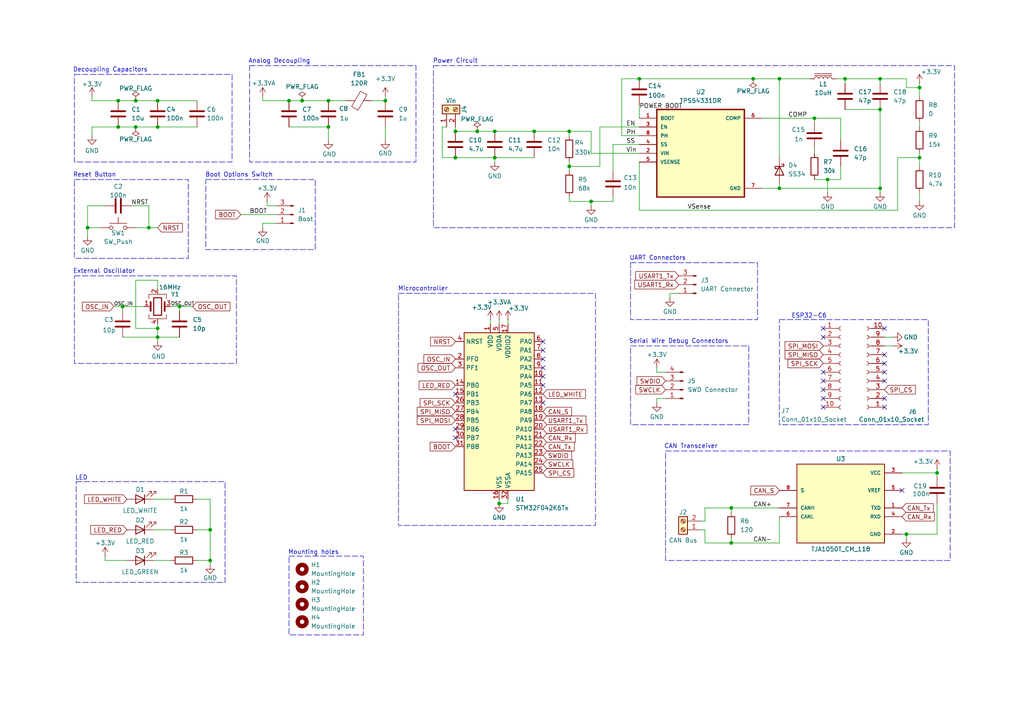
<source format=kicad_sch>
(kicad_sch (version 20231120) (generator "eeschema") (generator_version "8.0")
  (paper "A4")
  (title_block (title "STM32F0 TPMS ECU Development Board") (date "2024-11-14") (company "Ho Chi Minh University of Techonology"))
  (lib_symbols
    (symbol "Connector:Conn_01x03_Pin" (pin_names (offset 1.016) hide)
      (property "Reference" "J" (at 0 5.08 0))
      (property "Value" "Conn_01x03_Pin" (at 0 -5.08 0))
      (symbol "Conn_01x03_Pin_1_1"
        (pin passive line (at 5.08 2.54 180) (length 3.81) (name "Pin_1") (number "1"))
        (pin passive line (at 5.08 0 180) (length 3.81) (name "Pin_2") (number "2"))
        (pin passive line (at 5.08 -2.54 180) (length 3.81) (name "Pin_3") (number "3"))
      )
    )
    (symbol "Connector:Conn_01x04_Pin" (pin_names (offset 1.016) hide)
      (property "Reference" "J" (at 0 5.08 0))
      (property "Value" "Conn_01x04_Pin" (at 0 -7.62 0))
      (symbol "Conn_01x04_Pin_1_1"
        (pin passive line (at 5.08 2.54 180) (length 3.81) (name "Pin_1") (number "1"))
        (pin passive line (at 5.08 0 180) (length 3.81) (name "Pin_2") (number "2"))
        (pin passive line (at 5.08 -2.54 180) (length 3.81) (name "Pin_3") (number "3"))
        (pin passive line (at 5.08 -5.08 180) (length 3.81) (name "Pin_4") (number "4"))
      )
    )
    (symbol "Connector:Conn_01x10_Socket" (pin_names (offset 1.016) hide)
      (property "Reference" "J" (at 0 12.7 0))
      (property "Value" "Conn_01x10_Socket" (at 0 -15.24 0))
      (symbol "Conn_01x10_Socket_1_1"
        (pin passive line (at -5.08 10.16 0) (length 3.81) (name "Pin_1") (number "1"))
        (pin passive line (at -5.08 -12.7 0) (length 3.81) (name "Pin_10") (number "10"))
        (pin passive line (at -5.08 7.62 0) (length 3.81) (name "Pin_2") (number "2"))
        (pin passive line (at -5.08 5.08 0) (length 3.81) (name "Pin_3") (number "3"))
        (pin passive line (at -5.08 2.54 0) (length 3.81) (name "Pin_4") (number "4"))
        (pin passive line (at -5.08 0 0) (length 3.81) (name "Pin_5") (number "5"))
        (pin passive line (at -5.08 -2.54 0) (length 3.81) (name "Pin_6") (number "6"))
        (pin passive line (at -5.08 -5.08 0) (length 3.81) (name "Pin_7") (number "7"))
        (pin passive line (at -5.08 -7.62 0) (length 3.81) (name "Pin_8") (number "8"))
        (pin passive line (at -5.08 -10.16 0) (length 3.81) (name "Pin_9") (number "9"))
      )
    )
    (symbol "Connector:Screw_Terminal_01x02" (pin_names (offset 1.016) hide)
      (property "Reference" "J" (at 0 2.54 0))
      (property "Value" "Screw_Terminal_01x02" (at 0 -5.08 0))
      (symbol "Screw_Terminal_01x02_1_1"
        (pin passive line (at -5.08 0 0) (length 3.81) (name "Pin_1") (number "1"))
        (pin passive line (at -5.08 -2.54 0) (length 3.81) (name "Pin_2") (number "2"))
      )
    )
    (symbol "Device:C" (pin_numbers hide) (pin_names (offset 0.254))
      (property "Reference" "C" (at 0.635 2.54 0))
      (property "Value" "C" (at 0.635 -2.54 0))
      (symbol "C_1_1"
        (pin passive line (at 0 3.81 270) (length 2.794) (name "~") (number "1"))
        (pin passive line (at 0 -3.81 90) (length 2.794) (name "~") (number "2"))
      )
    )
    (symbol "Device:Crystal_GND24" (pin_names (offset 1.016) hide)
      (property "Reference" "Y" (at 3.175 5.08 0))
      (property "Value" "Crystal_GND24" (at 3.175 3.175 0))
      (symbol "Crystal_GND24_1_1"
        (pin passive line (at -3.81 0 0) (length 1.27) (name "1") (number "1"))
        (pin passive line (at 0 5.08 270) (length 1.27) (name "2") (number "2"))
        (pin passive line (at 3.81 0 180) (length 1.27) (name "3") (number "3"))
        (pin passive line (at 0 -5.08 90) (length 1.27) (name "4") (number "4"))
      )
    )
    (symbol "Device:FerriteBead" (pin_numbers hide) (pin_names (offset 0))
      (property "Reference" "FB" (at -3.81 0.635 90))
      (property "Value" "FerriteBead" (at 3.81 0 90))
      (symbol "FerriteBead_1_1"
        (pin passive line (at 0 3.81 270) (length 2.54) (name "~") (number "1"))
        (pin passive line (at 0 -3.81 90) (length 2.54) (name "~") (number "2"))
      )
    )
    (symbol "Device:LED" (pin_numbers hide) (pin_names (offset 1.016) hide)
      (property "Reference" "D" (at 0 2.54 0))
      (property "Value" "LED" (at 0 -2.54 0))
      (symbol "LED_1_1"
        (pin passive line (at -3.81 0 0) (length 2.54) (name "K") (number "1"))
        (pin passive line (at 3.81 0 180) (length 2.54) (name "A") (number "2"))
      )
    )
    (symbol "Device:L_Iron" (pin_numbers hide) (pin_names (offset 1.016) hide)
      (property "Reference" "L" (at -1.27 0 90))
      (property "Value" "L_Iron" (at 2.794 0 90))
      (symbol "L_Iron_1_1"
        (pin passive line (at 0 3.81 270) (length 1.27) (name "1") (number "1"))
        (pin passive line (at 0 -3.81 90) (length 1.27) (name "2") (number "2"))
      )
    )
    (symbol "Device:R" (pin_numbers hide) (pin_names (offset 0))
      (property "Reference" "R" (at 2.032 0 90))
      (property "Value" "R" (at 0 0 90))
      (symbol "R_1_1"
        (pin passive line (at 0 3.81 270) (length 1.27) (name "~") (number "1"))
        (pin passive line (at 0 -3.81 90) (length 1.27) (name "~") (number "2"))
      )
    )
    (symbol "Diode:SS34" (pin_numbers hide) (pin_names (offset 1.016) hide)
      (property "Reference" "D" (at 0 2.54 0))
      (property "Value" "SS34" (at 0 -2.54 0))
      (symbol "SS34_1_1"
        (pin passive line (at -3.81 0 0) (length 2.54) (name "K") (number "1"))
        (pin passive line (at 3.81 0 180) (length 2.54) (name "A") (number "2"))
      )
    )
    (symbol "MCU_ST_STM32F0:STM32F042K6Tx"
      (property "Reference" "U" (at -10.16 24.13 0))
      (property "Value" "STM32F042K6Tx" (at 5.08 24.13 0))
      (symbol "STM32F042K6Tx_1_1"
        (pin power_in line (at -2.54 25.4 270) (length 2.54) (name "VDD") (number "1"))
        (pin bidirectional line (at 12.7 10.16 180) (length 2.54) (name "PA4") (number "10"))
        (pin bidirectional line (at 12.7 7.62 180) (length 2.54) (name "PA5") (number "11"))
        (pin bidirectional line (at 12.7 5.08 180) (length 2.54) (name "PA6") (number "12"))
        (pin bidirectional line (at 12.7 2.54 180) (length 2.54) (name "PA7") (number "13"))
        (pin bidirectional line (at -12.7 7.62 0) (length 2.54) (name "PB0") (number "14"))
        (pin bidirectional line (at -12.7 5.08 0) (length 2.54) (name "PB1") (number "15"))
        (pin power_in line (at 0 -25.4 90) (length 2.54) (name "VSS") (number "16"))
        (pin power_in line (at 2.54 25.4 270) (length 2.54) (name "VDDIO2") (number "17"))
        (pin bidirectional line (at 12.7 0 180) (length 2.54) (name "PA8") (number "18"))
        (pin bidirectional line (at 12.7 -2.54 180) (length 2.54) (name "PA9") (number "19"))
        (pin bidirectional line (at -12.7 15.24 0) (length 2.54) (name "PF0") (number "2"))
        (pin bidirectional line (at 12.7 -5.08 180) (length 2.54) (name "PA10") (number "20"))
        (pin bidirectional line (at 12.7 -7.62 180) (length 2.54) (name "PA11") (number "21"))
        (pin bidirectional line (at 12.7 -10.16 180) (length 2.54) (name "PA12") (number "22"))
        (pin bidirectional line (at 12.7 -12.7 180) (length 2.54) (name "PA13") (number "23"))
        (pin bidirectional line (at 12.7 -15.24 180) (length 2.54) (name "PA14") (number "24"))
        (pin bidirectional line (at 12.7 -17.78 180) (length 2.54) (name "PA15") (number "25"))
        (pin bidirectional line (at -12.7 2.54 0) (length 2.54) (name "PB3") (number "26"))
        (pin bidirectional line (at -12.7 0 0) (length 2.54) (name "PB4") (number "27"))
        (pin bidirectional line (at -12.7 -2.54 0) (length 2.54) (name "PB5") (number "28"))
        (pin bidirectional line (at -12.7 -5.08 0) (length 2.54) (name "PB6") (number "29"))
        (pin bidirectional line (at -12.7 12.7 0) (length 2.54) (name "PF1") (number "3"))
        (pin bidirectional line (at -12.7 -7.62 0) (length 2.54) (name "PB7") (number "30"))
        (pin bidirectional line (at -12.7 -10.16 0) (length 2.54) (name "PB8") (number "31"))
        (pin power_in line (at 2.54 -25.4 90) (length 2.54) (name "VSSA") (number "32"))
        (pin input line (at -12.7 20.32 0) (length 2.54) (name "NRST") (number "4"))
        (pin power_in line (at 0 25.4 270) (length 2.54) (name "VDDA") (number "5"))
        (pin bidirectional line (at 12.7 20.32 180) (length 2.54) (name "PA0") (number "6"))
        (pin bidirectional line (at 12.7 17.78 180) (length 2.54) (name "PA1") (number "7"))
        (pin bidirectional line (at 12.7 15.24 180) (length 2.54) (name "PA2") (number "8"))
        (pin bidirectional line (at 12.7 12.7 180) (length 2.54) (name "PA3") (number "9"))
      )
    )
    (symbol "Mechanical:MountingHole" (pin_names (offset 1.016)) (exclude_from_sim yes) (in_bom no)
      (property "Reference" "H" (at 0 5.08 0))
      (property "Value" "MountingHole" (at 0 3.175 0))
    )
    (symbol "Switch:SW_Push" (pin_numbers hide) (pin_names (offset 1.016) hide)
      (property "Reference" "SW" (at 1.27 2.54 0))
      (property "Value" "SW_Push" (at 0 -1.524 0))
      (symbol "SW_Push_0_1"
        (pin passive line (at -5.08 0 0) (length 2.54) (name "1") (number "1"))
        (pin passive line (at 5.08 0 180) (length 2.54) (name "2") (number "2"))
      )
    )
    (symbol "TJA1050T_CM_118:TJA1050T_CM_118" (pin_names (offset 1.016))
      (property "Reference" "U" (at -12.7 11.049 0))
      (property "Value" "TJA1050T_CM_118" (at -12.7 -15.24 0))
      (symbol "TJA1050T_CM_118_0_0"
        (pin input line (at 17.78 -2.54 180) (length 5.08) (name "TXD") (number "1"))
        (pin power_in line (at 17.78 -10.16 180) (length 5.08) (name "GND") (number "2"))
        (pin power_in line (at 17.78 7.62 180) (length 5.08) (name "VCC") (number "3"))
        (pin output line (at 17.78 -5.08 180) (length 5.08) (name "RXD") (number "4"))
        (pin output line (at 17.78 2.54 180) (length 5.08) (name "VREF") (number "5"))
        (pin bidirectional line (at -17.78 -5.08 0) (length 5.08) (name "CANL") (number "6"))
        (pin bidirectional line (at -17.78 -2.54 0) (length 5.08) (name "CANH") (number "7"))
        (pin input line (at -17.78 2.54 0) (length 5.08) (name "S") (number "8"))
      )
    )
    (symbol "TPS54331DR:TPS54331DR" (pin_names (offset 1.016))
      (property "Reference" "U" (at -12.7 13.7 0))
      (property "Value" "TPS54331DR" (at -12.7 -16.7 0))
      (symbol "TPS54331DR_0_0"
        (pin input line (at -17.78 10.16 0) (length 5.08) (name "BOOT") (number "1"))
        (pin input line (at -17.78 0 0) (length 5.08) (name "VIN") (number "2"))
        (pin input line (at -17.78 7.62 0) (length 5.08) (name "EN") (number "3"))
        (pin input line (at -17.78 2.54 0) (length 5.08) (name "SS") (number "4"))
        (pin input line (at -17.78 -2.54 0) (length 5.08) (name "VSENSE") (number "5"))
        (pin output line (at 17.78 10.16 180) (length 5.08) (name "COMP") (number "6"))
        (pin power_in line (at 17.78 -10.16 180) (length 5.08) (name "GND") (number "7"))
        (pin input line (at -17.78 5.08 0) (length 5.08) (name "PH") (number "8"))
      )
    )
    (symbol "power:+3.3V" (power) (pin_numbers hide) (pin_names (offset 0) hide)
      (property "Value" "+3.3V" (at 0 3.556 0))
      (symbol "+3.3V_1_1"
        (pin power_in line (at 0 0 90) (length 0) (name "~") (number "1"))
      )
    )
    (symbol "power:+3.3VA" (power) (pin_numbers hide) (pin_names (offset 0) hide)
      (property "Value" "+3.3VA" (at 0 3.556 0))
      (symbol "+3.3VA_1_1"
        (pin power_in line (at 0 0 90) (length 0) (name "~") (number "1"))
      )
    )
    (symbol "power:GND" (power) (pin_numbers hide) (pin_names (offset 0) hide)
      (property "Value" "GND" (at 0 -3.81 0))
      (symbol "GND_1_1"
        (pin power_in line (at 0 0 270) (length 0) (name "~") (number "1"))
      )
    )
    (symbol "power:PWR_FLAG" (power) (pin_numbers hide) (pin_names (offset 0) hide)
      (property "Value" "PWR_FLAG" (at 0 3.81 0))
      (symbol "PWR_FLAG_0_0"
        (pin power_out line (at 0 0 90) (length 0) (name "~") (number "1"))
      )
    )
  )
  (junction (at 39.37 36.83))
  (junction (at 132.08 38.1))
  (junction (at 60.96 153.67))
  (junction (at 255.27 22.86))
  (junction (at 34.29 36.83))
  (junction (at 212.09 147.32))
  (junction (at 143.51 38.1))
  (junction (at 132.08 45.72))
  (junction (at 45.72 97.79))
  (junction (at 236.22 34.29))
  (junction (at 43.18 66.04))
  (junction (at 34.29 29.21))
  (junction (at 83.82 29.21))
  (junction (at 226.06 22.86))
  (junction (at 218.44 22.86))
  (junction (at 45.72 95.25))
  (junction (at 143.51 45.72))
  (junction (at 154.94 38.1))
  (junction (at 138.43 38.1))
  (junction (at 226.06 54.61))
  (junction (at 255.27 54.61))
  (junction (at 45.72 29.21))
  (junction (at 52.07 88.9))
  (junction (at 262.89 154.94))
  (junction (at 171.45 58.42))
  (junction (at 39.37 29.21))
  (junction (at 255.27 31.75))
  (junction (at 87.63 29.21))
  (junction (at 165.1 48.26))
  (junction (at 25.4 66.04))
  (junction (at 35.56 88.9))
  (junction (at 111.76 29.21))
  (junction (at 245.11 22.86))
  (junction (at 165.1 38.1))
  (junction (at 60.96 162.56))
  (junction (at 144.78 146.05))
  (junction (at 271.78 137.16))
  (junction (at 266.7 45.72))
  (junction (at 95.25 36.83))
  (junction (at 45.72 36.83))
  (junction (at 212.09 157.48))
  (junction (at 266.7 25.4))
  (junction (at 185.42 22.86))
  (junction (at 240.03 52.07))
  (junction (at 95.25 29.21))
  (no_connect (at 238.76 113.03))
  (no_connect (at 132.08 114.3))
  (no_connect (at 238.76 110.49))
  (no_connect (at 256.54 95.25))
  (no_connect (at 157.48 116.84))
  (no_connect (at 256.54 110.49))
  (no_connect (at 157.48 109.22))
  (no_connect (at 238.76 97.79))
  (no_connect (at 238.76 118.11))
  (no_connect (at 256.54 107.95))
  (no_connect (at 132.08 124.46))
  (no_connect (at 157.48 99.06))
  (no_connect (at 157.48 104.14))
  (no_connect (at 157.48 101.6))
  (no_connect (at 256.54 102.87))
  (no_connect (at 238.76 107.95))
  (no_connect (at 157.48 111.76))
  (no_connect (at 256.54 115.57))
  (no_connect (at 256.54 118.11))
  (no_connect (at 256.54 105.41))
  (no_connect (at 157.48 106.68))
  (no_connect (at 238.76 95.25))
  (no_connect (at 132.08 127))
  (no_connect (at 238.76 115.57))
  (no_connect (at 261.62 142.24))
  (wire (pts (xy 177.8 41.91) (xy 185.42 41.91)))
  (wire (pts (xy 45.72 81.28) (xy 39.37 81.28)))
  (wire (pts (xy 266.7 44.45) (xy 266.7 45.72)))
  (wire (pts (xy 154.94 38.1) (xy 165.1 38.1)))
  (wire (pts (xy 255.27 54.61) (xy 255.27 55.88)))
  (wire (pts (xy 77.47 58.42) (xy 77.47 59.69)))
  (wire (pts (xy 29.21 66.04) (xy 25.4 66.04)))
  (wire (pts (xy 165.1 46.99) (xy 165.1 48.26)))
  (wire (pts (xy 171.45 44.45) (xy 171.45 38.1)))
  (wire (pts (xy 255.27 24.13) (xy 255.27 22.86)))
  (wire (pts (xy 271.78 146.05) (xy 271.78 154.94)))
  (wire (pts (xy 39.37 36.83) (xy 45.72 36.83)))
  (wire (pts (xy 165.1 58.42) (xy 171.45 58.42)))
  (wire (pts (xy 226.06 54.61) (xy 226.06 53.34)))
  (wire (pts (xy 245.11 22.86) (xy 255.27 22.86)))
  (wire (pts (xy 30.48 161.29) (xy 30.48 162.56)))
  (wire (pts (xy 212.09 157.48) (xy 226.06 157.48)))
  (wire (pts (xy 204.47 157.48) (xy 212.09 157.48)))
  (wire (pts (xy 190.5 106.68) (xy 190.5 107.95)))
  (wire (pts (xy 261.62 137.16) (xy 271.78 137.16)))
  (wire (pts (xy 30.48 59.69) (xy 25.4 59.69)))
  (wire (pts (xy 190.5 107.95) (xy 193.04 107.95)))
  (wire (pts (xy 35.56 88.9) (xy 35.56 90.17)))
  (wire (pts (xy 35.56 88.9) (xy 41.91 88.9)))
  (wire (pts (xy 165.1 58.42) (xy 165.1 57.15)))
  (wire (pts (xy 142.24 92.71) (xy 142.24 93.98)))
  (wire (pts (xy 262.89 154.94) (xy 262.89 156.21)))
  (wire (pts (xy 245.11 31.75) (xy 255.27 31.75)))
  (wire (pts (xy 266.7 45.72) (xy 266.7 48.26)))
  (wire (pts (xy 60.96 144.78) (xy 60.96 153.67)))
  (wire (pts (xy 266.7 25.4) (xy 266.7 27.94)))
  (wire (pts (xy 39.37 95.25) (xy 45.72 95.25)))
  (wire (pts (xy 95.25 36.83) (xy 95.25 40.64)))
  (wire (pts (xy 57.15 144.78) (xy 60.96 144.78)))
  (wire (pts (xy 220.98 34.29) (xy 236.22 34.29)))
  (wire (pts (xy 34.29 29.21) (xy 39.37 29.21)))
  (wire (pts (xy 220.98 54.61) (xy 226.06 54.61)))
  (wire (pts (xy 128.27 36.83) (xy 128.27 45.72)))
  (wire (pts (xy 185.42 60.96) (xy 260.35 60.96)))
  (wire (pts (xy 193.04 115.57) (xy 190.5 115.57)))
  (wire (pts (xy 212.09 147.32) (xy 226.06 147.32)))
  (wire (pts (xy 204.47 151.13) (xy 204.47 147.32)))
  (wire (pts (xy 171.45 58.42) (xy 171.45 59.69)))
  (wire (pts (xy 60.96 162.56) (xy 60.96 163.83)))
  (wire (pts (xy 83.82 29.21) (xy 87.63 29.21)))
  (wire (pts (xy 80.01 64.77) (xy 76.2 64.77)))
  (wire (pts (xy 204.47 153.67) (xy 204.47 157.48)))
  (wire (pts (xy 177.8 41.91) (xy 177.8 49.53)))
  (wire (pts (xy 180.34 39.37) (xy 180.34 22.86)))
  (wire (pts (xy 185.42 44.45) (xy 171.45 44.45)))
  (wire (pts (xy 260.35 45.72) (xy 266.7 45.72)))
  (wire (pts (xy 69.85 62.23) (xy 80.01 62.23)))
  (wire (pts (xy 45.72 97.79) (xy 52.07 97.79)))
  (wire (pts (xy 180.34 39.37) (xy 185.42 39.37)))
  (wire (pts (xy 196.85 85.09) (xy 194.31 85.09)))
  (wire (pts (xy 147.32 92.71) (xy 147.32 93.98)))
  (wire (pts (xy 39.37 66.04) (xy 43.18 66.04)))
  (wire (pts (xy 76.2 64.77) (xy 76.2 66.04)))
  (wire (pts (xy 52.07 88.9) (xy 55.88 88.9)))
  (wire (pts (xy 204.47 147.32) (xy 212.09 147.32)))
  (wire (pts (xy 255.27 22.86) (xy 262.89 22.86)))
  (wire (pts (xy 242.57 22.86) (xy 245.11 22.86)))
  (wire (pts (xy 26.67 39.37) (xy 26.67 36.83)))
  (wire (pts (xy 171.45 58.42) (xy 177.8 58.42)))
  (wire (pts (xy 204.47 151.13) (xy 203.2 151.13)))
  (wire (pts (xy 38.1 59.69) (xy 43.18 59.69)))
  (wire (pts (xy 76.2 27.94) (xy 76.2 29.21)))
  (wire (pts (xy 185.42 30.48) (xy 185.42 34.29)))
  (wire (pts (xy 260.35 60.96) (xy 260.35 45.72)))
  (wire (pts (xy 180.34 22.86) (xy 185.42 22.86)))
  (wire (pts (xy 143.51 45.72) (xy 154.94 45.72)))
  (wire (pts (xy 44.45 162.56) (xy 49.53 162.56)))
  (wire (pts (xy 190.5 115.57) (xy 190.5 116.84)))
  (wire (pts (xy 87.63 29.21) (xy 95.25 29.21)))
  (wire (pts (xy 43.18 66.04) (xy 45.72 66.04)))
  (wire (pts (xy 194.31 85.09) (xy 194.31 86.36)))
  (wire (pts (xy 236.22 43.18) (xy 236.22 44.45)))
  (wire (pts (xy 262.89 22.86) (xy 262.89 25.4)))
  (wire (pts (xy 45.72 36.83) (xy 57.15 36.83)))
  (wire (pts (xy 33.02 88.9) (xy 35.56 88.9)))
  (wire (pts (xy 39.37 29.21) (xy 45.72 29.21)))
  (wire (pts (xy 177.8 58.42) (xy 177.8 57.15)))
  (wire (pts (xy 143.51 38.1) (xy 154.94 38.1)))
  (wire (pts (xy 185.42 46.99) (xy 185.42 60.96)))
  (wire (pts (xy 271.78 135.89) (xy 271.78 137.16)))
  (wire (pts (xy 132.08 45.72) (xy 143.51 45.72)))
  (wire (pts (xy 44.45 144.78) (xy 49.53 144.78)))
  (wire (pts (xy 271.78 137.16) (xy 271.78 138.43)))
  (wire (pts (xy 271.78 154.94) (xy 262.89 154.94)))
  (wire (pts (xy 143.51 45.72) (xy 143.51 46.99)))
  (wire (pts (xy 44.45 153.67) (xy 49.53 153.67)))
  (wire (pts (xy 57.15 162.56) (xy 60.96 162.56)))
  (wire (pts (xy 226.06 54.61) (xy 255.27 54.61)))
  (wire (pts (xy 212.09 148.59) (xy 212.09 147.32)))
  (wire (pts (xy 95.25 29.21) (xy 100.33 29.21)))
  (wire (pts (xy 45.72 97.79) (xy 45.72 99.06)))
  (wire (pts (xy 171.45 38.1) (xy 165.1 38.1)))
  (wire (pts (xy 204.47 153.67) (xy 203.2 153.67)))
  (wire (pts (xy 266.7 35.56) (xy 266.7 36.83)))
  (wire (pts (xy 45.72 83.82) (xy 45.72 81.28)))
  (wire (pts (xy 25.4 59.69) (xy 25.4 66.04)))
  (wire (pts (xy 226.06 22.86) (xy 234.95 22.86)))
  (wire (pts (xy 30.48 162.56) (xy 36.83 162.56)))
  (wire (pts (xy 132.08 36.83) (xy 132.08 38.1)))
  (wire (pts (xy 25.4 66.04) (xy 25.4 68.58)))
  (wire (pts (xy 60.96 153.67) (xy 60.96 162.56)))
  (wire (pts (xy 261.62 154.94) (xy 262.89 154.94)))
  (wire (pts (xy 226.06 22.86) (xy 226.06 45.72)))
  (wire (pts (xy 243.84 34.29) (xy 243.84 40.64)))
  (wire (pts (xy 240.03 52.07) (xy 240.03 55.88)))
  (wire (pts (xy 35.56 97.79) (xy 45.72 97.79)))
  (wire (pts (xy 26.67 27.94) (xy 26.67 29.21)))
  (wire (pts (xy 26.67 36.83) (xy 34.29 36.83)))
  (wire (pts (xy 49.53 88.9) (xy 52.07 88.9)))
  (wire (pts (xy 43.18 59.69) (xy 43.18 66.04)))
  (wire (pts (xy 256.54 97.79) (xy 259.08 97.79)))
  (wire (pts (xy 52.07 88.9) (xy 52.07 90.17)))
  (wire (pts (xy 147.32 146.05) (xy 144.78 146.05)))
  (wire (pts (xy 236.22 34.29) (xy 243.84 34.29)))
  (wire (pts (xy 243.84 52.07) (xy 240.03 52.07)))
  (wire (pts (xy 218.44 22.86) (xy 226.06 22.86)))
  (wire (pts (xy 111.76 27.94) (xy 111.76 29.21)))
  (wire (pts (xy 45.72 29.21) (xy 57.15 29.21)))
  (wire (pts (xy 255.27 31.75) (xy 255.27 54.61)))
  (wire (pts (xy 45.72 95.25) (xy 45.72 97.79)))
  (wire (pts (xy 34.29 36.83) (xy 39.37 36.83)))
  (wire (pts (xy 165.1 48.26) (xy 165.1 49.53)))
  (wire (pts (xy 256.54 100.33) (xy 259.08 100.33)))
  (wire (pts (xy 243.84 48.26) (xy 243.84 52.07)))
  (wire (pts (xy 83.82 36.83) (xy 95.25 36.83)))
  (wire (pts (xy 165.1 39.37) (xy 165.1 38.1)))
  (wire (pts (xy 266.7 24.13) (xy 266.7 25.4)))
  (wire (pts (xy 45.72 95.25) (xy 45.72 93.98)))
  (wire (pts (xy 185.42 22.86) (xy 218.44 22.86)))
  (wire (pts (xy 77.47 59.69) (xy 80.01 59.69)))
  (wire (pts (xy 144.78 144.78) (xy 144.78 146.05)))
  (wire (pts (xy 212.09 157.48) (xy 212.09 156.21)))
  (wire (pts (xy 226.06 149.86) (xy 226.06 157.48)))
  (wire (pts (xy 128.27 45.72) (xy 132.08 45.72)))
  (wire (pts (xy 240.03 52.07) (xy 236.22 52.07)))
  (wire (pts (xy 76.2 29.21) (xy 83.82 29.21)))
  (wire (pts (xy 138.43 38.1) (xy 143.51 38.1)))
  (wire (pts (xy 57.15 153.67) (xy 60.96 153.67)))
  (wire (pts (xy 185.42 36.83) (xy 173.99 36.83)))
  (wire (pts (xy 236.22 35.56) (xy 236.22 34.29)))
  (wire (pts (xy 173.99 36.83) (xy 173.99 48.26)))
  (wire (pts (xy 165.1 48.26) (xy 173.99 48.26)))
  (wire (pts (xy 245.11 22.86) (xy 245.11 24.13)))
  (wire (pts (xy 132.08 38.1) (xy 138.43 38.1)))
  (wire (pts (xy 147.32 144.78) (xy 147.32 146.05)))
  (wire (pts (xy 144.78 92.71) (xy 144.78 93.98)))
  (wire (pts (xy 39.37 81.28) (xy 39.37 95.25)))
  (wire (pts (xy 111.76 36.83) (xy 111.76 40.64)))
  (wire (pts (xy 266.7 55.88) (xy 266.7 58.42)))
  (wire (pts (xy 262.89 25.4) (xy 266.7 25.4)))
  (wire (pts (xy 107.95 29.21) (xy 111.76 29.21)))
  (wire (pts (xy 129.54 36.83) (xy 128.27 36.83)))
  (wire (pts (xy 26.67 29.21) (xy 34.29 29.21)))
  (rectangle (start 226.06 92.71) (end 269.24 123.19) (stroke (width 0) (type dash)))
  (rectangle (start 83.82 161.29) (end 105.41 184.15) (stroke (width 0) (type dash)))
  (rectangle (start 193.04 130.81) (end 275.59 162.56) (stroke (width 0) (type dash)))
  (rectangle (start 21.59 80.01) (end 68.58 105.41) (stroke (width 0) (type dash)))
  (rectangle (start 21.59 21.59) (end 67.31 46.99) (stroke (width 0) (type dash)))
  (rectangle (start 72.39 19.05) (end 120.65 46.99) (stroke (width 0) (type dash)))
  (rectangle (start 115.57 85.09) (end 172.72 152.4) (stroke (width 0) (type dash)))
  (rectangle (start 182.88 76.2) (end 219.71 92.71) (stroke (width 0) (type dash)))
  (rectangle (start 59.69 52.07) (end 91.44 72.39) (stroke (width 0) (type dash)))
  (rectangle (start 182.88 100.33) (end 217.17 123.19) (stroke (width 0) (type dash)))
  (rectangle (start 125.73 19.05) (end 276.86 66.04) (stroke (width 0) (type dash)))
  (rectangle (start 22.098 139.7) (end 65.278 168.91) (stroke (width 0) (type dash)))
  (rectangle (start 21.59 52.07) (end 54.61 74.93) (stroke (width 0) (type dash)))
  (text "CAN Transceiver" (at 200.406 129.54 0) (effects (font (size 1.27 1.27))))
  (text "LED" (at 23.622 138.684 0) (effects (font (size 1.27 1.27))))
  (text "Boot Options Switch" (at 69.342 50.8 0) (effects (font (size 1.27 1.27))))
  (text "External Oscillator" (at 30.226 78.74 0) (effects (font (size 1.27 1.27))))
  (text "Serial Wire Debug Connectors" (at 196.85 99.06 0) (effects (font (size 1.27 1.27))))
  (text "ESP32-C6\n" (at 234.696 91.694 0) (effects (font (size 1.27 1.27))))
  (text "UART Connectors" (at 190.754 74.93 0) (effects (font (size 1.27 1.27))))
  (text "Microcontroller" (at 122.682 83.82 0) (effects (font (size 1.27 1.27))))
  (text "Analog Decoupling" (at 81.026 17.78 0) (effects (font (size 1.27 1.27))))
  (text "Power Circuit" (at 132.08 17.78 0) (effects (font (size 1.27 1.27))))
  (text "Decoupling Capacitors" (at 32.004 20.32 0) (effects (font (size 1.27 1.27))))
  (text "Mounting holes" (at 90.932 160.274 0) (effects (font (size 1.27 1.27))))
  (text "Reset Button" (at 27.432 50.8 0) (effects (font (size 1.27 1.27))))
  (label "BOOT" (at 77.47 62.23 180))
  (label "NRST" (at 38.1 59.69 0))
  (label "POWER BOOT" (at 185.42 31.75 0))
  (label "OSC_OUT" (at 49.53 88.9 0) (effects (font (size 1.016 1.016))))
  (label "OSC_IN" (at 33.02 88.9 0) (effects (font (size 1.016 1.016))))
  (label "COMP" (at 228.6 34.29 0))
  (label "CAN-" (at 218.44 157.48 0))
  (label "VSense" (at 199.39 60.96 0))
  (label "SS" (at 181.61 41.91 0))
  (label "EN" (at 181.61 36.83 0))
  (label "CAN+" (at 218.44 147.32 0))
  (label "Vin" (at 181.61 44.45 0))
  (label "PH" (at 181.61 39.37 0))
  (global_label "SPI_SCK" (shape input) (at 238.76 105.41 180) (property "Intersheetrefs" "${INTERSHEET_REFS}" (effects (hide yes))))
  (global_label "OSC_OUT" (shape input) (at 55.88 88.9 0) (property "Intersheetrefs" "${INTERSHEET_REFS}" (effects (hide yes))))
  (global_label "NRST" (shape input) (at 132.08 99.06 180) (property "Intersheetrefs" "${INTERSHEET_REFS}" (effects (hide yes))))
  (global_label "USART1_Rx" (shape input) (at 196.85 82.55 180) (property "Intersheetrefs" "${INTERSHEET_REFS}" (effects (hide yes))))
  (global_label "CAN_S" (shape input) (at 157.48 119.38 0) (property "Intersheetrefs" "${INTERSHEET_REFS}" (effects (hide yes))))
  (global_label "USART1_Tx" (shape input) (at 196.85 80.01 180) (property "Intersheetrefs" "${INTERSHEET_REFS}" (effects (hide yes))))
  (global_label "SWDIO" (shape input) (at 157.48 132.08 0) (property "Intersheetrefs" "${INTERSHEET_REFS}" (effects (hide yes))))
  (global_label "LED_RED" (shape input) (at 36.83 153.67 180) (property "Intersheetrefs" "${INTERSHEET_REFS}" (effects (hide yes))))
  (global_label "USART1_Tx" (shape input) (at 157.48 121.92 0) (property "Intersheetrefs" "${INTERSHEET_REFS}" (effects (hide yes))))
  (global_label "LED_WHITE" (shape input) (at 157.48 114.3 0) (property "Intersheetrefs" "${INTERSHEET_REFS}" (effects (hide yes))))
  (global_label "BOOT" (shape input) (at 132.08 129.54 180) (property "Intersheetrefs" "${INTERSHEET_REFS}" (effects (hide yes))))
  (global_label "SPI_MOSI" (shape input) (at 238.76 100.33 180) (property "Intersheetrefs" "${INTERSHEET_REFS}" (effects (hide yes))))
  (global_label "LED_RED" (shape input) (at 132.08 111.76 180) (property "Intersheetrefs" "${INTERSHEET_REFS}" (effects (hide yes))))
  (global_label "SWCLK" (shape input) (at 193.04 113.03 180) (property "Intersheetrefs" "${INTERSHEET_REFS}" (effects (hide yes))))
  (global_label "CAN_Tx" (shape input) (at 157.48 129.54 0) (property "Intersheetrefs" "${INTERSHEET_REFS}" (effects (hide yes))))
  (global_label "SWCLK" (shape input) (at 157.48 134.62 0) (property "Intersheetrefs" "${INTERSHEET_REFS}" (effects (hide yes))))
  (global_label "CAN_Rx" (shape input) (at 261.62 149.86 0) (property "Intersheetrefs" "${INTERSHEET_REFS}" (effects (hide yes))))
  (global_label "LED_WHITE" (shape input) (at 36.83 144.78 180) (property "Intersheetrefs" "${INTERSHEET_REFS}" (effects (hide yes))))
  (global_label "SPI_MOSI" (shape input) (at 132.08 121.92 180) (property "Intersheetrefs" "${INTERSHEET_REFS}" (effects (hide yes))))
  (global_label "BOOT" (shape input) (at 69.85 62.23 180) (property "Intersheetrefs" "${INTERSHEET_REFS}" (effects (hide yes))))
  (global_label "CAN_Rx" (shape input) (at 157.48 127 0) (property "Intersheetrefs" "${INTERSHEET_REFS}" (effects (hide yes))))
  (global_label "OSC_IN" (shape input) (at 33.02 88.9 180) (property "Intersheetrefs" "${INTERSHEET_REFS}" (effects (hide yes))))
  (global_label "CAN_S" (shape input) (at 226.06 142.24 180) (property "Intersheetrefs" "${INTERSHEET_REFS}" (effects (hide yes))))
  (global_label "SPI_CS" (shape input) (at 256.54 113.03 0) (property "Intersheetrefs" "${INTERSHEET_REFS}" (effects (hide yes))))
  (global_label "SPI_SCK" (shape input) (at 132.08 116.84 180) (property "Intersheetrefs" "${INTERSHEET_REFS}" (effects (hide yes))))
  (global_label "OSC_OUT" (shape input) (at 132.08 106.68 180) (property "Intersheetrefs" "${INTERSHEET_REFS}" (effects (hide yes))))
  (global_label "NRST" (shape input) (at 45.72 66.04 0) (property "Intersheetrefs" "${INTERSHEET_REFS}" (effects (hide yes))))
  (global_label "SPI_CS" (shape input) (at 157.48 137.16 0) (property "Intersheetrefs" "${INTERSHEET_REFS}" (effects (hide yes))))
  (global_label "CAN_Tx" (shape input) (at 261.62 147.32 0) (property "Intersheetrefs" "${INTERSHEET_REFS}" (effects (hide yes))))
  (global_label "SWDIO" (shape input) (at 193.04 110.49 180) (property "Intersheetrefs" "${INTERSHEET_REFS}" (effects (hide yes))))
  (global_label "USART1_Rx" (shape input) (at 157.48 124.46 0) (property "Intersheetrefs" "${INTERSHEET_REFS}" (effects (hide yes))))
  (global_label "OSC_IN" (shape input) (at 132.08 104.14 180) (property "Intersheetrefs" "${INTERSHEET_REFS}" (effects (hide yes))))
  (global_label "SPI_MISO" (shape input) (at 238.76 102.87 180) (property "Intersheetrefs" "${INTERSHEET_REFS}" (effects (hide yes))))
  (global_label "SPI_MISO" (shape input) (at 132.08 119.38 180) (property "Intersheetrefs" "${INTERSHEET_REFS}" (effects (hide yes))))
  (symbol (lib_id "Device:C") (at 52.07 93.98 0) (unit 1)
    (property "Reference" "C5" (at 55.88 92.7099 0) (effects (justify left)))
    (property "Value" "10p" (at 55.88 95.2499 0) (effects (justify left)))
    (property "Footprint" "Capacitor_SMD:C_0402_1005Metric" (effects (hide yes)))
    (property "Description" "Unpolarized capacitor" (effects (hide yes)))
  )
  (symbol (lib_id "Mechanical:MountingHole") (at 87.63 170.18 0) (unit 1) (exclude_from_sim yes) (in_bom no)
    (property "Reference" "H2" (at 90.17 168.9099 0) (effects (justify left)))
    (property "Value" "MountingHole" (at 90.17 171.4499 0) (effects (justify left)))
    (property "Footprint" "MountingHole:MountingHole_2.5mm" (effects (hide yes)))
    (property "Description" "Mounting Hole without connection" (effects (hide yes)))
  )
  (symbol (lib_id "Connector:Screw_Terminal_01x02") (at 198.12 153.67 180) (unit 1)
    (property "Reference" "J2" (at 198.12 148.59 0))
    (property "Value" "CAN Bus" (at 198.12 156.718 0))
    (property "Footprint" "TerminalBlock_Phoenix:TerminalBlock_Phoenix_MKDS-1,5-2-5.08_1x02_P5.08mm_Horizontal" (effects (hide yes)))
    (property "Description" "Generic screw terminal, single row, 01x02, script generated (kicad-library-utils/schlib/autogen/connector/)" (effects (hide yes)))
  )
  (symbol (lib_id "power:GND") (at 255.27 55.88 0) (unit 1)
    (property "Reference" "#PWR026" (effects (hide yes)))
    (property "Value" "GND" (at 255.27 59.944 0))
    (property "Description" "Power symbol creates a global label with name \"GND\" , ground" (effects (hide yes)))
  )
  (symbol (lib_id "power:+3.3V") (at 147.32 92.71 0) (unit 1)
    (property "Reference" "#PWR017" (effects (hide yes)))
    (property "Value" "+3.3V" (at 150.368 89.408 0))
    (property "Description" "Power symbol creates a global label with name \"+3.3V\"" (effects (hide yes)))
  )
  (symbol (lib_id "power:GND") (at 111.76 40.64 0) (unit 1)
    (property "Reference" "#PWR012" (effects (hide yes)))
    (property "Value" "GND" (at 111.76 44.45 0))
    (property "Description" "Power symbol creates a global label with name \"GND\" , ground" (effects (hide yes)))
  )
  (symbol (lib_id "power:GND") (at 45.72 99.06 0) (unit 1)
    (property "Reference" "#PWR07" (effects (hide yes)))
    (property "Value" "GND" (at 45.974 103.378 0))
    (property "Description" "Power symbol creates a global label with name \"GND\" , ground" (effects (hide yes)))
  )
  (symbol (lib_id "Device:FerriteBead") (at 104.14 29.21 270) (unit 1)
    (property "Reference" "FB1" (at 104.1908 21.59 90))
    (property "Value" "120R" (at 104.1908 24.13 90))
    (property "Footprint" "Inductor_SMD:L_0805_2012Metric" (effects (hide yes)))
    (property "Description" "Ferrite bead" (effects (hide yes)))
  )
  (symbol (lib_id "Device:L_Iron") (at 238.76 22.86 90) (unit 1)
    (property "Reference" "L1" (at 238.76 24.384 90))
    (property "Value" "10uH" (at 238.76 26.924 90))
    (property "Footprint" "Inductor_SMD:L_Sunlord_SWPA8040S" (effects (hide yes)))
    (property "Description" "Inductor with iron core" (effects (hide yes)))
  )
  (symbol (lib_id "Device:C") (at 35.56 93.98 0) (unit 1)
    (property "Reference" "C3" (at 30.226 92.71 0) (effects (justify left)))
    (property "Value" "10p" (at 29.718 95.758 0) (effects (justify left)))
    (property "Footprint" "Capacitor_SMD:C_0402_1005Metric" (effects (hide yes)))
    (property "Description" "Unpolarized capacitor" (effects (hide yes)))
  )
  (symbol (lib_id "power:GND") (at 240.03 55.88 0) (unit 1)
    (property "Reference" "#PWR022" (effects (hide yes)))
    (property "Value" "GND" (at 240.03 59.944 0))
    (property "Description" "Power symbol creates a global label with name \"GND\" , ground" (effects (hide yes)))
  )
  (symbol (lib_id "power:PWR_FLAG") (at 39.37 36.83 180) (unit 1)
    (property "Reference" "#FLG02" (effects (hide yes)))
    (property "Value" "PWR_FLAG" (at 39.37 40.386 0))
    (property "Description" "Special symbol for telling ERC where power comes from" (effects (hide yes)))
  )
  (symbol (lib_id "Connector:Conn_01x10_Socket") (at 251.46 107.95 180) (unit 1)
    (property "Reference" "J6" (at 264.668 119.38 0))
    (property "Value" "Conn_01x10_Socket" (at 258.572 121.666 0))
    (property "Footprint" "Connector_PinSocket_2.54mm:PinSocket_1x10_P2.54mm_Vertical" (effects (hide yes)))
    (property "Description" "Generic connector, single row, 01x10, script generated" (effects (hide yes)))
  )
  (symbol (lib_id "Device:C") (at 236.22 39.37 0) (unit 1)
    (property "Reference" "C15" (at 229.616 37.592 0) (effects (justify left)))
    (property "Value" "1n" (at 230.378 40.386 0) (effects (justify left)))
    (property "Footprint" "Capacitor_SMD:C_0402_1005Metric" (effects (hide yes)))
    (property "Description" "Unpolarized capacitor" (effects (hide yes)))
  )
  (symbol (lib_id "power:+3.3V") (at 77.47 58.42 0) (unit 1)
    (property "Reference" "#PWR06" (effects (hide yes)))
    (property "Value" "+3.3V" (at 77.47 54.61 0))
    (property "Description" "Power symbol creates a global label with name \"+3.3V\"" (effects (hide yes)))
  )
  (symbol (lib_id "power:PWR_FLAG") (at 218.44 22.86 180) (unit 1)
    (property "Reference" "#FLG05" (effects (hide yes)))
    (property "Value" "PWR_FLAG" (at 218.44 26.416 0))
    (property "Description" "Special symbol for telling ERC where power comes from" (effects (hide yes)))
  )
  (symbol (lib_id "Connector:Conn_01x03_Pin") (at 85.09 62.23 180) (unit 1)
    (property "Reference" "J1" (at 86.36 60.9599 0) (effects (justify right)))
    (property "Value" "Boot" (at 86.36 63.4999 0) (effects (justify right)))
    (property "Footprint" "Connector_PinHeader_2.54mm:PinHeader_1x03_P2.54mm_Vertical" (effects (hide yes)))
    (property "Description" "Generic connector, single row, 01x03, script generated" (effects (hide yes)))
  )
  (symbol (lib_id "power:+3.3VA") (at 144.78 92.71 0) (unit 1)
    (property "Reference" "#PWR015" (effects (hide yes)))
    (property "Value" "+3.3VA" (at 144.78 87.63 0))
    (property "Description" "Power symbol creates a global label with name \"+3.3VA\"" (effects (hide yes)))
  )
  (symbol (lib_id "Device:R") (at 53.34 162.56 90) (unit 1)
    (property "Reference" "R3" (at 53.34 160.274 90))
    (property "Value" "1k" (at 53.34 165.354 90))
    (property "Footprint" "Resistor_SMD:R_0402_1005Metric" (effects (hide yes)))
    (property "Description" "Resistor" (effects (hide yes)))
  )
  (symbol (lib_id "Device:C") (at 245.11 27.94 0) (unit 1)
    (property "Reference" "C17" (at 248.92 26.6699 0) (effects (justify left)))
    (property "Value" "47p" (at 248.92 29.2099 0) (effects (justify left)))
    (property "Footprint" "Capacitor_SMD:C_0402_1005Metric" (effects (hide yes)))
    (property "Description" "Unpolarized capacitor" (effects (hide yes)))
  )
  (symbol (lib_id "Device:R") (at 236.22 48.26 0) (unit 1)
    (property "Reference" "R7" (at 238.76 46.9899 0) (effects (justify left)))
    (property "Value" "30k" (at 238.76 49.5299 0) (effects (justify left)))
    (property "Footprint" "Resistor_SMD:R_0603_1608Metric" (effects (hide yes)))
    (property "Description" "Resistor" (effects (hide yes)))
  )
  (symbol (lib_id "Device:C") (at 111.76 33.02 0) (unit 1)
    (property "Reference" "C9" (at 115.57 31.7499 0) (effects (justify left)))
    (property "Value" "1u" (at 115.57 34.2899 0) (effects (justify left)))
    (property "Footprint" "Capacitor_SMD:C_0402_1005Metric" (effects (hide yes)))
    (property "Description" "Unpolarized capacitor" (effects (hide yes)))
  )
  (symbol (lib_id "Connector:Screw_Terminal_01x02") (at 129.54 31.75 90) (unit 1)
    (property "Reference" "J4" (at 134.62 31.75 0))
    (property "Value" "Vin" (at 130.81 29.21 90))
    (property "Footprint" "TerminalBlock_Phoenix:TerminalBlock_Phoenix_MKDS-1,5-2-5.08_1x02_P5.08mm_Horizontal" (effects (hide yes)))
    (property "Description" "Generic screw terminal, single row, 01x02, script generated (kicad-library-utils/schlib/autogen/connector/)" (effects (hide yes)))
  )
  (symbol (lib_id "power:+3.3V") (at 26.67 27.94 0) (unit 1)
    (property "Reference" "#PWR02" (effects (hide yes)))
    (property "Value" "+3.3V" (at 26.67 24.384 0))
    (property "Description" "Power symbol creates a global label with name \"+3.3V\"" (effects (hide yes)))
  )
  (symbol (lib_id "Mechanical:MountingHole") (at 87.63 180.34 0) (unit 1) (exclude_from_sim yes) (in_bom no)
    (property "Reference" "H4" (at 90.17 179.0699 0) (effects (justify left)))
    (property "Value" "MountingHole" (at 90.17 181.6099 0) (effects (justify left)))
    (property "Footprint" "MountingHole:MountingHole_2.5mm" (effects (hide yes)))
    (property "Description" "Mounting Hole without connection" (effects (hide yes)))
  )
  (symbol (lib_id "power:+3.3V") (at 190.5 106.68 0) (unit 1)
    (property "Reference" "#PWR019" (effects (hide yes)))
    (property "Value" "+3.3V" (at 190.5 102.87 0))
    (property "Description" "Power symbol creates a global label with name \"+3.3V\"" (effects (hide yes)))
  )
  (symbol (lib_id "power:PWR_FLAG") (at 39.37 29.21 0) (unit 1)
    (property "Reference" "#FLG01" (effects (hide yes)))
    (property "Value" "PWR_FLAG" (at 39.37 25.654 0))
    (property "Description" "Special symbol for telling ERC where power comes from" (effects (hide yes)))
  )
  (symbol (lib_id "power:GND") (at 95.25 40.64 0) (unit 1)
    (property "Reference" "#PWR010" (effects (hide yes)))
    (property "Value" "GND" (at 95.504 44.704 0))
    (property "Description" "Power symbol creates a global label with name \"GND\" , ground" (effects (hide yes)))
  )
  (symbol (lib_id "Device:R") (at 165.1 53.34 0) (unit 1)
    (property "Reference" "R5" (at 167.64 52.0699 0) (effects (justify left)))
    (property "Value" "68k" (at 167.64 54.6099 0) (effects (justify left)))
    (property "Footprint" "Resistor_SMD:R_0603_1608Metric" (effects (hide yes)))
    (property "Description" "Resistor" (effects (hide yes)))
  )
  (symbol (lib_id "power:GND") (at 25.4 68.58 0) (unit 1)
    (property "Reference" "#PWR01" (effects (hide yes)))
    (property "Value" "GND" (at 25.4 72.644 0))
    (property "Description" "Power symbol creates a global label with name \"GND\" , ground" (effects (hide yes)))
  )
  (symbol (lib_id "Device:LED") (at 40.64 162.56 180) (unit 1)
    (property "Reference" "D3" (at 40.64 159.766 0))
    (property "Value" "LED_GREEN" (at 40.64 165.862 0))
    (property "Footprint" "LED_SMD:LED_0805_2012Metric" (effects (hide yes)))
    (property "Description" "Light emitting diode" (effects (hide yes)))
  )
  (symbol (lib_id "power:GND") (at 60.96 163.83 0) (unit 1)
    (property "Reference" "#PWR08" (effects (hide yes)))
    (property "Value" "GND" (at 60.96 167.64 0))
    (property "Description" "Power symbol creates a global label with name \"GND\" , ground" (effects (hide yes)))
  )
  (symbol (lib_id "Device:C") (at 255.27 27.94 0) (unit 1)
    (property "Reference" "C18" (at 259.08 26.6699 0) (effects (justify left)))
    (property "Value" "47p" (at 259.08 29.2099 0) (effects (justify left)))
    (property "Footprint" "Capacitor_SMD:C_0402_1005Metric" (effects (hide yes)))
    (property "Description" "Unpolarized capacitor" (effects (hide yes)))
  )
  (symbol (lib_id "power:GND") (at 171.45 59.69 0) (unit 1)
    (property "Reference" "#PWR018" (effects (hide yes)))
    (property "Value" "GND" (at 171.45 63.754 0))
    (property "Description" "Power symbol creates a global label with name \"GND\" , ground" (effects (hide yes)))
  )
  (symbol (lib_id "Device:R") (at 212.09 152.4 0) (unit 1)
    (property "Reference" "R6" (at 214.63 151.1299 0) (effects (justify left)))
    (property "Value" "120" (at 214.63 153.6699 0) (effects (justify left)))
    (property "Footprint" "Resistor_SMD:R_0402_1005Metric" (effects (hide yes)))
    (property "Description" "Resistor" (effects (hide yes)))
  )
  (symbol (lib_id "power:+3.3V") (at 266.7 24.13 0) (unit 1)
    (property "Reference" "#PWR028" (effects (hide yes)))
    (property "Value" "+3.3V" (at 270.002 20.828 0))
    (property "Description" "Power symbol creates a global label with name \"+3.3V\"" (effects (hide yes)))
  )
  (symbol (lib_id "Connector:Conn_01x10_Socket") (at 243.84 105.41 0) (unit 1)
    (property "Reference" "J7" (at 226.568 119.126 0) (effects (justify left)))
    (property "Value" "Conn_01x10_Socket" (at 226.568 121.666 0) (effects (justify left)))
    (property "Footprint" "Connector_PinSocket_2.54mm:PinSocket_1x10_P2.54mm_Vertical" (effects (hide yes)))
    (property "Description" "Generic connector, single row, 01x10, script generated" (effects (hide yes)))
  )
  (symbol (lib_id "Device:C") (at 95.25 33.02 0) (unit 1)
    (property "Reference" "C8" (at 98.298 31.496 0) (effects (justify left)))
    (property "Value" "1u" (at 98.552 34.29 0) (effects (justify left)))
    (property "Footprint" "Capacitor_SMD:C_0402_1005Metric" (effects (hide yes)))
    (property "Description" "Unpolarized capacitor" (effects (hide yes)))
  )
  (symbol (lib_id "power:GND") (at 262.89 156.21 0) (unit 1)
    (property "Reference" "#PWR027" (effects (hide yes)))
    (property "Value" "GND" (at 262.89 160.274 0))
    (property "Description" "Power symbol creates a global label with name \"GND\" , ground" (effects (hide yes)))
  )
  (symbol (lib_id "MCU_ST_STM32F0:STM32F042K6Tx") (at 144.78 119.38 0) (unit 1)
    (property "Reference" "U1" (at 149.5141 144.78 0) (effects (justify left)))
    (property "Value" "STM32F042K6Tx" (at 149.5141 147.32 0) (effects (justify left)))
    (property "Footprint" "Package_QFP:LQFP-32_7x7mm_P0.8mm" (effects (hide yes)))
    (property "Datasheet" "https://www.st.com/resource/en/datasheet/stm32f042k6.pdf" (effects (hide yes)))
    (property "Description" "STMicroelectronics Arm Cortex-M0 MCU, 32KB flash, 6KB RAM, 48 MHz, 2.0-3.6V, 26 GPIO, LQFP32" (effects (hide yes)))
  )
  (symbol (lib_id "Device:LED") (at 40.64 144.78 180) (unit 1)
    (property "Reference" "D1" (at 40.64 141.986 0))
    (property "Value" "LED_WHITE" (at 40.64 148.082 0))
    (property "Footprint" "LED_SMD:LED_0603_1608Metric" (effects (hide yes)))
    (property "Description" "Light emitting diode" (effects (hide yes)))
  )
  (symbol (lib_id "Device:Crystal_GND24") (at 45.72 88.9 0) (unit 1)
    (property "Reference" "Y1" (at 50.8 85.344 0))
    (property "Value" "16MHz" (at 49.276 83.312 0))
    (property "Footprint" "Crystal:Crystal_SMD_3225-4Pin_3.2x2.5mm" (effects (hide yes)))
    (property "Description" "Four pin crystal, GND on pins 2 and 4" (effects (hide yes)))
  )
  (symbol (lib_id "Mechanical:MountingHole") (at 87.63 165.1 0) (unit 1) (exclude_from_sim yes) (in_bom no)
    (property "Reference" "H1" (at 90.17 163.8299 0) (effects (justify left)))
    (property "Value" "MountingHole" (at 90.17 166.3699 0) (effects (justify left)))
    (property "Footprint" "MountingHole:MountingHole_2.5mm" (effects (hide yes)))
    (property "Description" "Mounting Hole without connection" (effects (hide yes)))
  )
  (symbol (lib_id "power:PWR_FLAG") (at 87.63 29.21 0) (unit 1)
    (property "Reference" "#FLG03" (effects (hide yes)))
    (property "Value" "PWR_FLAG" (at 87.63 25.146 0))
    (property "Description" "Special symbol for telling ERC where power comes from" (effects (hide yes)))
  )
  (symbol (lib_id "Device:R") (at 53.34 144.78 90) (unit 1)
    (property "Reference" "R1" (at 53.34 142.494 90))
    (property "Value" "1k" (at 53.34 147.574 90))
    (property "Footprint" "Resistor_SMD:R_0402_1005Metric" (effects (hide yes)))
    (property "Description" "Resistor" (effects (hide yes)))
  )
  (symbol (lib_id "power:+3.3V") (at 271.78 135.89 0) (unit 1)
    (property "Reference" "#PWR030" (effects (hide yes)))
    (property "Value" "+3.3V" (at 267.716 133.858 0))
    (property "Description" "Power symbol creates a global label with name \"+3.3V\"" (effects (hide yes)))
  )
  (symbol (lib_id "power:GND") (at 144.78 146.05 0) (unit 1)
    (property "Reference" "#PWR016" (effects (hide yes)))
    (property "Value" "GND" (at 144.78 150.114 0))
    (property "Description" "Power symbol creates a global label with name \"GND\" , ground" (effects (hide yes)))
  )
  (symbol (lib_id "Device:C") (at 83.82 33.02 0) (unit 1)
    (property "Reference" "C7" (at 87.63 31.7499 0) (effects (justify left)))
    (property "Value" "100n" (at 87.63 34.2899 0) (effects (justify left)))
    (property "Footprint" "Capacitor_SMD:C_0402_1005Metric" (effects (hide yes)))
    (property "Description" "Unpolarized capacitor" (effects (hide yes)))
  )
  (symbol (lib_id "power:+3.3V") (at 30.48 161.29 0) (unit 1)
    (property "Reference" "#PWR04" (effects (hide yes)))
    (property "Value" "+3.3V" (at 30.48 157.48 0))
    (property "Description" "Power symbol creates a global label with name \"+3.3V\"" (effects (hide yes)))
  )
  (symbol (lib_id "Device:C") (at 45.72 33.02 0) (unit 1)
    (property "Reference" "C4" (at 48.26 31.75 0) (effects (justify left)))
    (property "Value" "100n" (at 48.26 34.29 0) (effects (justify left)))
    (property "Footprint" "Capacitor_SMD:C_0402_1005Metric" (effects (hide yes)))
    (property "Description" "Unpolarized capacitor" (effects (hide yes)))
  )
  (symbol (lib_id "power:GND") (at 143.51 46.99 0) (unit 1)
    (property "Reference" "#PWR014" (effects (hide yes)))
    (property "Value" "GND" (at 143.51 51.054 0))
    (property "Description" "Power symbol creates a global label with name \"GND\" , ground" (effects (hide yes)))
  )
  (symbol (lib_id "Connector:Conn_01x03_Pin") (at 201.93 82.55 180) (unit 1)
    (property "Reference" "J3" (at 203.2 81.2799 0) (effects (justify right)))
    (property "Value" "UART Connector" (at 203.2 83.8199 0) (effects (justify right)))
    (property "Footprint" "Connector_PinHeader_2.54mm:PinHeader_1x03_P2.54mm_Vertical" (effects (hide yes)))
    (property "Description" "Generic connector, single row, 01x03, script generated" (effects (hide yes)))
  )
  (symbol (lib_id "Device:C") (at 177.8 53.34 0) (unit 1)
    (property "Reference" "C13" (at 180.848 51.562 0) (effects (justify left)))
    (property "Value" "10n" (at 180.848 54.356 0) (effects (justify left)))
    (property "Footprint" "Capacitor_SMD:C_0402_1005Metric" (effects (hide yes)))
    (property "Description" "Unpolarized capacitor" (effects (hide yes)))
  )
  (symbol (lib_id "Device:R") (at 266.7 31.75 0) (unit 1)
    (property "Reference" "R8" (at 269.24 30.4799 0) (effects (justify left)))
    (property "Value" "0" (at 269.24 33.0199 0) (effects (justify left)))
    (property "Footprint" "Resistor_SMD:R_0402_1005Metric" (effects (hide yes)))
    (property "Description" "Resistor" (effects (hide yes)))
  )
  (symbol (lib_id "power:GND") (at 76.2 66.04 0) (unit 1)
    (property "Reference" "#PWR05" (effects (hide yes)))
    (property "Value" "GND" (at 76.2 69.85 0))
    (property "Description" "Power symbol creates a global label with name \"GND\" , ground" (effects (hide yes)))
  )
  (symbol (lib_id "Device:C") (at 185.42 26.67 180) (unit 1)
    (property "Reference" "C14" (at 187.96 24.892 0) (effects (justify right)))
    (property "Value" "100n" (at 187.96 27.686 0) (effects (justify right)))
    (property "Footprint" "Capacitor_SMD:C_0402_1005Metric" (effects (hide yes)))
    (property "Description" "Unpolarized capacitor" (effects (hide yes)))
  )
  (symbol (lib_id "power:+3.3V") (at 111.76 27.94 0) (unit 1)
    (property "Reference" "#PWR011" (effects (hide yes)))
    (property "Value" "+3.3V" (at 111.76 22.86 0))
    (property "Description" "Power symbol creates a global label with name \"+3.3V\"" (effects (hide yes)))
  )
  (symbol (lib_id "power:+3.3V") (at 142.24 92.71 0) (unit 1)
    (property "Reference" "#PWR013" (effects (hide yes)))
    (property "Value" "+3.3V" (at 139.7 89.154 0))
    (property "Description" "Power symbol creates a global label with name \"+3.3V\"" (effects (hide yes)))
  )
  (symbol (lib_id "Device:R") (at 266.7 52.07 0) (unit 1)
    (property "Reference" "R10" (at 269.24 50.7999 0) (effects (justify left)))
    (property "Value" "4.7k" (at 269.24 53.3399 0) (effects (justify left)))
    (property "Footprint" "Resistor_SMD:R_0402_1005Metric" (effects (hide yes)))
    (property "Description" "Resistor" (effects (hide yes)))
  )
  (symbol (lib_id "Device:C") (at 132.08 41.91 0) (unit 1)
    (property "Reference" "C10" (at 135.89 40.6399 0) (effects (justify left)))
    (property "Value" "4.7u" (at 135.89 43.1799 0) (effects (justify left)))
    (property "Footprint" "Capacitor_SMD:C_0603_1608Metric" (effects (hide yes)))
    (property "Description" "Unpolarized capacitor" (effects (hide yes)))
  )
  (symbol (lib_id "power:GND") (at 266.7 58.42 0) (unit 1)
    (property "Reference" "#PWR029" (effects (hide yes)))
    (property "Value" "GND" (at 266.7 62.484 0))
    (property "Description" "Power symbol creates a global label with name \"GND\" , ground" (effects (hide yes)))
  )
  (symbol (lib_id "Device:R") (at 165.1 43.18 0) (unit 1)
    (property "Reference" "R4" (at 166.624 41.402 0) (effects (justify left)))
    (property "Value" "330k" (at 166.624 44.196 0) (effects (justify left)))
    (property "Footprint" "Resistor_SMD:R_0603_1608Metric" (effects (hide yes)))
    (property "Description" "Resistor" (effects (hide yes)))
  )
  (symbol (lib_id "power:+3.3V") (at 259.08 100.33 270) (unit 1)
    (property "Reference" "#PWR023" (effects (hide yes)))
    (property "Value" "+3.3V" (at 263.398 101.854 90))
    (property "Description" "Power symbol creates a global label with name \"+3.3V\"" (effects (hide yes)))
  )
  (symbol (lib_id "Device:C") (at 34.29 59.69 90) (unit 1)
    (property "Reference" "C2" (at 34.29 54.102 90))
    (property "Value" "100n" (at 34.29 56.642 90))
    (property "Footprint" "Capacitor_SMD:C_0402_1005Metric" (effects (hide yes)))
    (property "Description" "Unpolarized capacitor" (effects (hide yes)))
  )
  (symbol (lib_id "Device:C") (at 271.78 142.24 0) (unit 1)
    (property "Reference" "C19" (at 264.922 140.97 0) (effects (justify left)))
    (property "Value" "100n" (at 264.668 143.256 0) (effects (justify left)))
    (property "Footprint" "Capacitor_SMD:C_0402_1005Metric" (effects (hide yes)))
    (property "Description" "Unpolarized capacitor" (effects (hide yes)))
  )
  (symbol (lib_id "power:GND") (at 190.5 116.84 0) (unit 1)
    (property "Reference" "#PWR020" (effects (hide yes)))
    (property "Value" "GND" (at 190.5 120.904 0))
    (property "Description" "Power symbol creates a global label with name \"GND\" , ground" (effects (hide yes)))
  )
  (symbol (lib_id "Connector:Conn_01x04_Pin") (at 198.12 113.03 180) (unit 1)
    (property "Reference" "J5" (at 199.39 110.4899 0) (effects (justify right)))
    (property "Value" "SWD Connector" (at 199.39 113.0299 0) (effects (justify right)))
    (property "Footprint" "Connector_PinHeader_2.54mm:PinHeader_1x04_P2.54mm_Vertical" (effects (hide yes)))
    (property "Description" "Generic connector, single row, 01x04, script generated" (effects (hide yes)))
  )
  (symbol (lib_id "TPS54331DR:TPS54331DR") (at 203.2 44.45 0) (unit 1)
    (property "Reference" "U2" (at 203.2 26.67 0))
    (property "Value" "TPS54331DR" (at 203.2 29.21 0))
    (property "Footprint" "Package_SO:SOIC127P599X175-8N" (effects (hide yes)))
    (property "MF" "Texas Instruments" (effects (hide yes)))
    (property "Description_1" "\n                        \n                            3.5V to 28V Input, 3A, 570kHz Step-Down Converter with Eco-mode\n                        \n" (effects (hide yes)))
    (property "Package" "SOIC-8 Texas Instruments" (effects (hide yes)))
    (property "Price" "None" (effects (hide yes)))
    (property "SnapEDA_Link" "https://www.snapeda.com/parts/TPS54331DR/Texas+Instruments/view-part/?ref=snap" (effects (hide yes)))
    (property "MP" "TPS54331DR" (effects (hide yes)))
    (property "Availability" "In Stock" (effects (hide yes)))
    (property "Check_prices" "https://www.snapeda.com/parts/TPS54331DR/Texas+Instruments/view-part/?ref=eda" (effects (hide yes)))
  )
  (symbol (lib_id "Diode:SS34") (at 226.06 49.53 270) (unit 1)
    (property "Reference" "D4" (at 228.6 47.9424 90) (effects (justify left)))
    (property "Value" "SS34" (at 228.6 50.4824 90) (effects (justify left)))
    (property "Footprint" "Diode_SMD:D_SMA" (effects (hide yes)))
    (property "Datasheet" "https://www.vishay.com/docs/88751/ss32.pdf" (effects (hide yes)))
    (property "Description" "40V 3A Schottky Diode, SMA" (effects (hide yes)))
  )
  (symbol (lib_id "Device:C") (at 34.29 33.02 0) (unit 1)
    (property "Reference" "C1" (at 38.1 31.7499 0) (effects (justify left)))
    (property "Value" "10u" (at 38.1 34.2899 0) (effects (justify left)))
    (property "Footprint" "Capacitor_SMD:C_0603_1608Metric" (effects (hide yes)))
    (property "Description" "Unpolarized capacitor" (effects (hide yes)))
  )
  (symbol (lib_id "power:PWR_FLAG") (at 138.43 38.1 0) (unit 1)
    (property "Reference" "#FLG04" (effects (hide yes)))
    (property "Value" "PWR_FLAG" (at 138.43 34.544 0))
    (property "Description" "Special symbol for telling ERC where power comes from" (effects (hide yes)))
  )
  (symbol (lib_id "power:GND") (at 26.67 39.37 0) (unit 1)
    (property "Reference" "#PWR03" (effects (hide yes)))
    (property "Value" "GND" (at 26.67 43.688 0))
    (property "Description" "Power symbol creates a global label with name \"GND\" , ground" (effects (hide yes)))
  )
  (symbol (lib_id "Device:R") (at 266.7 40.64 0) (unit 1)
    (property "Reference" "R9" (at 269.24 39.3699 0) (effects (justify left)))
    (property "Value" "15k" (at 269.24 41.9099 0) (effects (justify left)))
    (property "Footprint" "Resistor_SMD:R_0402_1005Metric" (effects (hide yes)))
    (property "Description" "Resistor" (effects (hide yes)))
  )
  (symbol (lib_id "Device:C") (at 243.84 44.45 0) (unit 1)
    (property "Reference" "C16" (at 247.65 43.1799 0) (effects (justify left)))
    (property "Value" "47p" (at 247.65 45.7199 0) (effects (justify left)))
    (property "Footprint" "Capacitor_SMD:C_0402_1005Metric" (effects (hide yes)))
    (property "Description" "Unpolarized capacitor" (effects (hide yes)))
  )
  (symbol (lib_id "Mechanical:MountingHole") (at 87.63 175.26 0) (unit 1) (exclude_from_sim yes) (in_bom no)
    (property "Reference" "H3" (at 90.17 173.9899 0) (effects (justify left)))
    (property "Value" "MountingHole" (at 90.17 176.5299 0) (effects (justify left)))
    (property "Footprint" "MountingHole:MountingHole_2.5mm" (effects (hide yes)))
    (property "Description" "Mounting Hole without connection" (effects (hide yes)))
  )
  (symbol (lib_id "power:GND") (at 194.31 86.36 0) (unit 1)
    (property "Reference" "#PWR021" (effects (hide yes)))
    (property "Value" "GND" (at 194.31 90.424 0))
    (property "Description" "Power symbol creates a global label with name \"GND\" , ground" (effects (hide yes)))
  )
  (symbol (lib_id "Device:C") (at 57.15 33.02 0) (unit 1)
    (property "Reference" "C6" (at 59.944 31.75 0) (effects (justify left)))
    (property "Value" "100n" (at 59.944 34.29 0) (effects (justify left)))
    (property "Footprint" "Capacitor_SMD:C_0402_1005Metric" (effects (hide yes)))
    (property "Description" "Unpolarized capacitor" (effects (hide yes)))
  )
  (symbol (lib_id "Device:C") (at 154.94 41.91 0) (unit 1)
    (property "Reference" "C12" (at 158.75 40.6399 0) (effects (justify left)))
    (property "Value" "10n" (at 158.75 43.1799 0) (effects (justify left)))
    (property "Footprint" "Capacitor_SMD:C_0402_1005Metric" (effects (hide yes)))
    (property "Description" "Unpolarized capacitor" (effects (hide yes)))
  )
  (symbol (lib_id "Switch:SW_Push") (at 34.29 66.04 0) (unit 1)
    (property "Reference" "SW1" (at 34.29 67.564 0))
    (property "Value" "SW_Push" (at 34.29 70.104 0))
    (property "Footprint" "Button_Switch_SMD:SW_SPST_TL3342" (effects (hide yes)))
    (property "Description" "Push button switch, generic, two pins" (effects (hide yes)))
  )
  (symbol (lib_id "Device:R") (at 53.34 153.67 90) (unit 1)
    (property "Reference" "R2" (at 53.34 151.384 90))
    (property "Value" "1k" (at 53.34 156.464 90))
    (property "Footprint" "Resistor_SMD:R_0402_1005Metric" (effects (hide yes)))
    (property "Description" "Resistor" (effects (hide yes)))
  )
  (symbol (lib_id "power:+3.3VA") (at 76.2 27.94 0) (unit 1)
    (property "Reference" "#PWR09" (effects (hide yes)))
    (property "Value" "+3.3VA" (at 76.454 24.13 0))
    (property "Description" "Power symbol creates a global label with name \"+3.3VA\"" (effects (hide yes)))
  )
  (symbol (lib_id "TJA1050T_CM_118:TJA1050T_CM_118") (at 243.84 144.78 0) (unit 1)
    (property "Reference" "U3" (at 243.84 133.096 0))
    (property "Value" "TJA1050T_CM_118" (at 243.84 159.258 0))
    (property "Footprint" "Package_SO:SOIC127P600X175-8N" (effects (hide yes)))
    (property "MF" "NXP USA" (effects (hide yes)))
    (property "MAXIMUM_PACKAGE_HEIGHT" "1.75 mm" (effects (hide yes)))
    (property "Package" "SO-8 NXP Semiconductors" (effects (hide yes)))
    (property "Price" "None" (effects (hide yes)))
    (property "Check_prices" "https://www.snapeda.com/parts/TJA1050T/CM,118/NXP+USA+Inc./view-part/?ref=eda" (effects (hide yes)))
    (property "STANDARD" "IPC 7351B" (effects (hide yes)))
    (property "PARTREV" "4" (effects (hide yes)))
    (property "SnapEDA_Link" "https://www.snapeda.com/parts/TJA1050T/CM,118/NXP+USA+Inc./view-part/?ref=snap" (effects (hide yes)))
    (property "MP" "TJA1050T/CM,118" (effects (hide yes)))
    (property "Description_1" "\n                        \n                            1/1 Transceiver Half CANbus 8-SO\n                        \n" (effects (hide yes)))
    (property "Availability" "In Stock" (effects (hide yes)))
    (property "MANUFACTURER" "NXP USA" (effects (hide yes)))
  )
  (symbol (lib_id "Device:C") (at 143.51 41.91 0) (unit 1)
    (property "Reference" "C11" (at 147.32 40.6399 0) (effects (justify left)))
    (property "Value" "4.7u" (at 147.32 43.1799 0) (effects (justify left)))
    (property "Footprint" "Capacitor_SMD:C_0603_1608Metric" (effects (hide yes)))
    (property "Description" "Unpolarized capacitor" (effects (hide yes)))
  )
  (symbol (lib_id "Device:LED") (at 40.64 153.67 180) (unit 1)
    (property "Reference" "D2" (at 40.64 150.876 0))
    (property "Value" "LED_RED" (at 40.64 156.972 0))
    (property "Footprint" "LED_SMD:LED_0603_1608Metric" (effects (hide yes)))
    (property "Description" "Light emitting diode" (effects (hide yes)))
  )
  (symbol (lib_id "power:GND") (at 259.08 97.79 90) (unit 1)
    (property "Reference" "#PWR024" (effects (hide yes)))
    (property "Value" "GND" (at 264.16 97.79 90))
    (property "Description" "Power symbol creates a global label with name \"GND\" , ground" (effects (hide yes)))
  )
)
</source>
